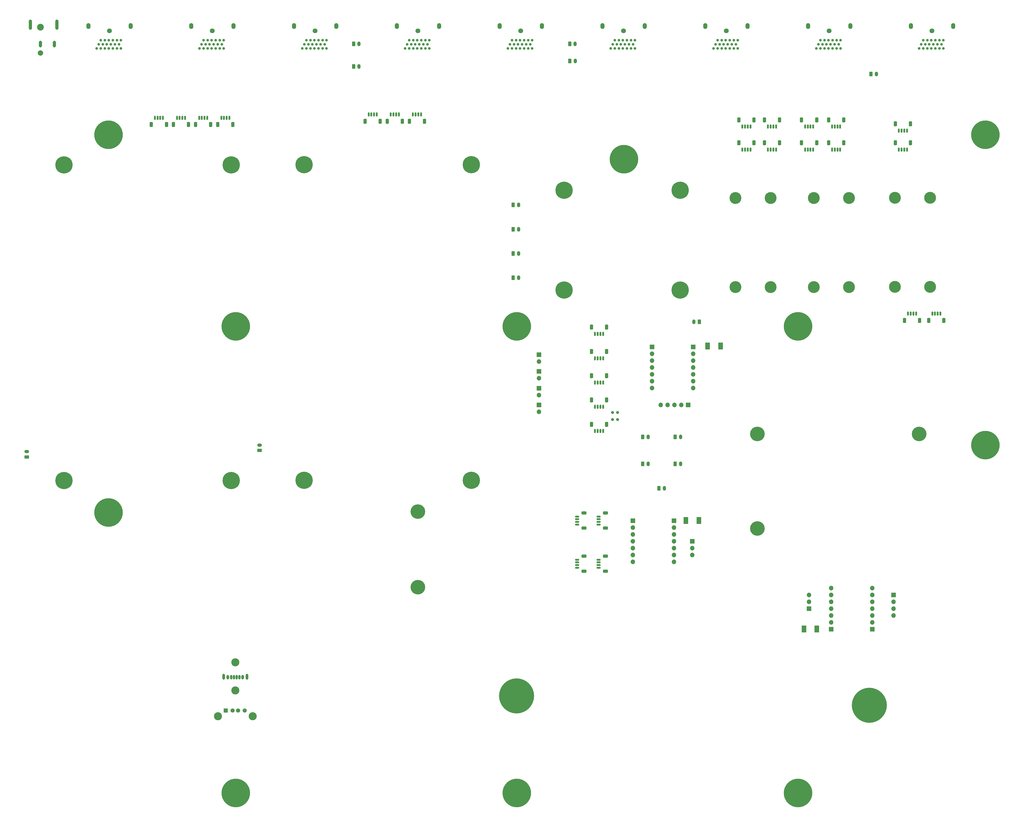
<source format=gbr>
%TF.GenerationSoftware,KiCad,Pcbnew,(6.0.5)*%
%TF.CreationDate,2022-12-30T15:28:45-07:00*%
%TF.ProjectId,Thermometry_Enclosure,54686572-6d6f-46d6-9574-72795f456e63,rev?*%
%TF.SameCoordinates,Original*%
%TF.FileFunction,Soldermask,Top*%
%TF.FilePolarity,Negative*%
%FSLAX46Y46*%
G04 Gerber Fmt 4.6, Leading zero omitted, Abs format (unit mm)*
G04 Created by KiCad (PCBNEW (6.0.5)) date 2022-12-30 15:28:45*
%MOMM*%
%LPD*%
G01*
G04 APERTURE LIST*
G04 Aperture macros list*
%AMRoundRect*
0 Rectangle with rounded corners*
0 $1 Rounding radius*
0 $2 $3 $4 $5 $6 $7 $8 $9 X,Y pos of 4 corners*
0 Add a 4 corners polygon primitive as box body*
4,1,4,$2,$3,$4,$5,$6,$7,$8,$9,$2,$3,0*
0 Add four circle primitives for the rounded corners*
1,1,$1+$1,$2,$3*
1,1,$1+$1,$4,$5*
1,1,$1+$1,$6,$7*
1,1,$1+$1,$8,$9*
0 Add four rect primitives between the rounded corners*
20,1,$1+$1,$2,$3,$4,$5,0*
20,1,$1+$1,$4,$5,$6,$7,0*
20,1,$1+$1,$6,$7,$8,$9,0*
20,1,$1+$1,$8,$9,$2,$3,0*%
G04 Aperture macros list end*
%ADD10C,1.800000*%
%ADD11C,1.000000*%
%ADD12O,1.500000X2.200000*%
%ADD13RoundRect,0.150000X0.150000X0.625000X-0.150000X0.625000X-0.150000X-0.625000X0.150000X-0.625000X0*%
%ADD14RoundRect,0.250000X0.350000X0.650000X-0.350000X0.650000X-0.350000X-0.650000X0.350000X-0.650000X0*%
%ADD15R,1.700000X1.700000*%
%ADD16O,1.700000X1.700000*%
%ADD17C,10.600000*%
%ADD18C,6.400000*%
%ADD19RoundRect,0.250000X-0.350000X-0.625000X0.350000X-0.625000X0.350000X0.625000X-0.350000X0.625000X0*%
%ADD20O,1.200000X1.750000*%
%ADD21RoundRect,0.150000X-0.150000X-0.625000X0.150000X-0.625000X0.150000X0.625000X-0.150000X0.625000X0*%
%ADD22RoundRect,0.250000X-0.350000X-0.650000X0.350000X-0.650000X0.350000X0.650000X-0.350000X0.650000X0*%
%ADD23C,4.400000*%
%ADD24R,1.800000X2.540000*%
%ADD25RoundRect,0.150000X-0.625000X0.150000X-0.625000X-0.150000X0.625000X-0.150000X0.625000X0.150000X0*%
%ADD26RoundRect,0.250000X-0.650000X0.350000X-0.650000X-0.350000X0.650000X-0.350000X0.650000X0.350000X0*%
%ADD27C,5.400000*%
%ADD28RoundRect,0.250000X0.350000X0.625000X-0.350000X0.625000X-0.350000X-0.625000X0.350000X-0.625000X0*%
%ADD29C,3.000000*%
%ADD30O,1.000000X2.200000*%
%ADD31O,0.800000X1.650000*%
%ADD32O,0.820000X1.650000*%
%ADD33O,1.020000X1.650000*%
%ADD34RoundRect,0.237500X-0.250000X-0.237500X0.250000X-0.237500X0.250000X0.237500X-0.250000X0.237500X0*%
%ADD35C,2.500000*%
%ADD36O,1.200000X3.800000*%
%ADD37O,1.200000X2.500000*%
%ADD38C,2.000000*%
%ADD39C,13.000000*%
%ADD40R,1.550000X1.524000*%
%ADD41C,1.550000*%
%ADD42RoundRect,0.250000X0.625000X-0.350000X0.625000X0.350000X-0.625000X0.350000X-0.625000X-0.350000X0*%
%ADD43O,1.750000X1.200000*%
G04 APERTURE END LIST*
D10*
%TO.C,J1*%
X25400000Y3550000D03*
D11*
X20640000Y-2950000D03*
X21390000Y-1450000D03*
X22140000Y-2950000D03*
X22140000Y50000D03*
X22890000Y-1450000D03*
X23640000Y50000D03*
X23640000Y-2950000D03*
X24390000Y-1450000D03*
X25140000Y-2950000D03*
X25140000Y50000D03*
X25890000Y-1450000D03*
X26640000Y50000D03*
X26640000Y-2950000D03*
X27390000Y-1450000D03*
X28140000Y-2950000D03*
X28140000Y50000D03*
X28890000Y-1450000D03*
X29640000Y50000D03*
X29640000Y-2950000D03*
D12*
X33260000Y5350000D03*
X17540000Y5350000D03*
%TD*%
D10*
%TO.C,J9*%
X330200000Y3550000D03*
D11*
X325440000Y-2950000D03*
X326190000Y-1450000D03*
X326940000Y-2950000D03*
X326940000Y50000D03*
X327690000Y-1450000D03*
X328440000Y50000D03*
X328440000Y-2950000D03*
X329190000Y-1450000D03*
X329940000Y-2950000D03*
X329940000Y50000D03*
X330690000Y-1450000D03*
X331440000Y50000D03*
X331440000Y-2950000D03*
X332190000Y-1450000D03*
X332940000Y-2950000D03*
X332940000Y50000D03*
X333690000Y-1450000D03*
X334440000Y50000D03*
X334440000Y-2950000D03*
D12*
X338060000Y5350000D03*
X322340000Y5350000D03*
%TD*%
D10*
%TO.C,J8*%
X292100000Y3550000D03*
D11*
X287340000Y-2950000D03*
X288090000Y-1450000D03*
X288840000Y-2950000D03*
X288840000Y50000D03*
X289590000Y-1450000D03*
X290340000Y50000D03*
X290340000Y-2950000D03*
X291090000Y-1450000D03*
X291840000Y-2950000D03*
X291840000Y50000D03*
X292590000Y-1450000D03*
X293340000Y50000D03*
X293340000Y-2950000D03*
X294090000Y-1450000D03*
X294840000Y-2950000D03*
X294840000Y50000D03*
X295590000Y-1450000D03*
X296340000Y50000D03*
X296340000Y-2950000D03*
D12*
X299960000Y5350000D03*
X284240000Y5350000D03*
%TD*%
D10*
%TO.C,J7*%
X254000000Y3550000D03*
D11*
X249240000Y-2950000D03*
X249990000Y-1450000D03*
X250740000Y-2950000D03*
X250740000Y50000D03*
X251490000Y-1450000D03*
X252240000Y50000D03*
X252240000Y-2950000D03*
X252990000Y-1450000D03*
X253740000Y-2950000D03*
X253740000Y50000D03*
X254490000Y-1450000D03*
X255240000Y50000D03*
X255240000Y-2950000D03*
X255990000Y-1450000D03*
X256740000Y-2950000D03*
X256740000Y50000D03*
X257490000Y-1450000D03*
X258240000Y50000D03*
X258240000Y-2950000D03*
D12*
X261860000Y5350000D03*
X246140000Y5350000D03*
%TD*%
%TO.C,J6*%
X208040000Y5350000D03*
X223760000Y5350000D03*
D11*
X220140000Y-2950000D03*
X220140000Y50000D03*
X219390000Y-1450000D03*
X218640000Y50000D03*
X218640000Y-2950000D03*
X217890000Y-1450000D03*
X217140000Y-2950000D03*
X217140000Y50000D03*
X216390000Y-1450000D03*
X215640000Y50000D03*
X215640000Y-2950000D03*
X214890000Y-1450000D03*
X214140000Y-2950000D03*
X214140000Y50000D03*
X213390000Y-1450000D03*
X212640000Y50000D03*
X212640000Y-2950000D03*
X211890000Y-1450000D03*
X211140000Y-2950000D03*
D10*
X215900000Y3550000D03*
%TD*%
%TO.C,J5*%
X177800000Y3550000D03*
D11*
X173040000Y-2950000D03*
X173790000Y-1450000D03*
X174540000Y-2950000D03*
X174540000Y50000D03*
X175290000Y-1450000D03*
X176040000Y50000D03*
X176040000Y-2950000D03*
X176790000Y-1450000D03*
X177540000Y-2950000D03*
X177540000Y50000D03*
X178290000Y-1450000D03*
X179040000Y50000D03*
X179040000Y-2950000D03*
X179790000Y-1450000D03*
X180540000Y-2950000D03*
X180540000Y50000D03*
X181290000Y-1450000D03*
X182040000Y50000D03*
X182040000Y-2950000D03*
D12*
X185660000Y5350000D03*
X169940000Y5350000D03*
%TD*%
D10*
%TO.C,J4*%
X139700000Y3550000D03*
D11*
X134940000Y-2950000D03*
X135690000Y-1450000D03*
X136440000Y-2950000D03*
X136440000Y50000D03*
X137190000Y-1450000D03*
X137940000Y50000D03*
X137940000Y-2950000D03*
X138690000Y-1450000D03*
X139440000Y-2950000D03*
X139440000Y50000D03*
X140190000Y-1450000D03*
X140940000Y50000D03*
X140940000Y-2950000D03*
X141690000Y-1450000D03*
X142440000Y-2950000D03*
X142440000Y50000D03*
X143190000Y-1450000D03*
X143940000Y50000D03*
X143940000Y-2950000D03*
D12*
X147560000Y5350000D03*
X131840000Y5350000D03*
%TD*%
D10*
%TO.C,J3*%
X101600000Y3550000D03*
D11*
X96840000Y-2950000D03*
X97590000Y-1450000D03*
X98340000Y-2950000D03*
X98340000Y50000D03*
X99090000Y-1450000D03*
X99840000Y50000D03*
X99840000Y-2950000D03*
X100590000Y-1450000D03*
X101340000Y-2950000D03*
X101340000Y50000D03*
X102090000Y-1450000D03*
X102840000Y50000D03*
X102840000Y-2950000D03*
X103590000Y-1450000D03*
X104340000Y-2950000D03*
X104340000Y50000D03*
X105090000Y-1450000D03*
X105840000Y50000D03*
X105840000Y-2950000D03*
D12*
X109460000Y5350000D03*
X93740000Y5350000D03*
%TD*%
%TO.C,J2*%
X55640000Y5350000D03*
X71360000Y5350000D03*
D11*
X67740000Y-2950000D03*
X67740000Y50000D03*
X66990000Y-1450000D03*
X66240000Y50000D03*
X66240000Y-2950000D03*
X65490000Y-1450000D03*
X64740000Y-2950000D03*
X64740000Y50000D03*
X63990000Y-1450000D03*
X63240000Y50000D03*
X63240000Y-2950000D03*
X62490000Y-1450000D03*
X61740000Y-2950000D03*
X61740000Y50000D03*
X60990000Y-1450000D03*
X60240000Y50000D03*
X60240000Y-2950000D03*
X59490000Y-1450000D03*
X58740000Y-2950000D03*
D10*
X63500000Y3550000D03*
%TD*%
D13*
%TO.C,J20*%
X132630000Y-27425000D03*
X131630000Y-27425000D03*
X130630000Y-27425000D03*
X129630000Y-27425000D03*
D14*
X133930000Y-29950000D03*
X128330000Y-29950000D03*
%TD*%
D15*
%TO.C,J50*%
X184550000Y-116500000D03*
D16*
X184550000Y-119040000D03*
%TD*%
D17*
%TO.C,H39*%
X25000000Y-35000000D03*
%TD*%
%TO.C,H38*%
X25000000Y-175000000D03*
%TD*%
D18*
%TO.C,H8*%
X70525000Y-163125000D03*
%TD*%
D19*
%TO.C,J38*%
X175000000Y-79000000D03*
D20*
X177000000Y-79000000D03*
%TD*%
D21*
%TO.C,J62*%
X205300000Y-144825000D03*
X206300000Y-144825000D03*
X207300000Y-144825000D03*
X208300000Y-144825000D03*
D22*
X204000000Y-142300000D03*
X209600000Y-142300000D03*
%TD*%
D18*
%TO.C,H7*%
X70525000Y-46125000D03*
%TD*%
%TO.C,H13*%
X193855000Y-55555000D03*
%TD*%
D23*
%TO.C,H25*%
X257354000Y-91416000D03*
%TD*%
D18*
%TO.C,H5*%
X8525000Y-46125000D03*
%TD*%
D21*
%TO.C,J66*%
X205300000Y-108825000D03*
X206300000Y-108825000D03*
X207300000Y-108825000D03*
X208300000Y-108825000D03*
D22*
X209600000Y-106300000D03*
X204000000Y-106300000D03*
%TD*%
D19*
%TO.C,J43*%
X195960000Y-7663000D03*
D20*
X197960000Y-7663000D03*
%TD*%
D18*
%TO.C,H14*%
X236855000Y-55555000D03*
%TD*%
D15*
%TO.C,J53*%
X315975000Y-205544000D03*
D16*
X315975000Y-208084000D03*
X315975000Y-210624000D03*
X315975000Y-213164000D03*
%TD*%
D21*
%TO.C,J63*%
X205300000Y-135825000D03*
X206300000Y-135825000D03*
X207300000Y-135825000D03*
X208300000Y-135825000D03*
D22*
X204000000Y-133300000D03*
X209600000Y-133300000D03*
%TD*%
D15*
%TO.C,J57*%
X241710000Y-113660000D03*
D16*
X241710000Y-116200000D03*
X241710000Y-118740000D03*
X241710000Y-121280000D03*
X241710000Y-123820000D03*
X241710000Y-126360000D03*
X241710000Y-128900000D03*
%TD*%
D21*
%TO.C,J65*%
X205300000Y-117825000D03*
X206300000Y-117825000D03*
X207300000Y-117825000D03*
X208300000Y-117825000D03*
D22*
X204000000Y-115300000D03*
X209600000Y-115300000D03*
%TD*%
D18*
%TO.C,H6*%
X8525000Y-163125000D03*
%TD*%
%TO.C,H3*%
X159497000Y-46055000D03*
%TD*%
D17*
%TO.C,H37*%
X72150000Y-106000000D03*
%TD*%
D21*
%TO.C,J64*%
X205300000Y-126825000D03*
X206300000Y-126825000D03*
X207300000Y-126825000D03*
X208300000Y-126825000D03*
D22*
X204000000Y-124300000D03*
X209600000Y-124300000D03*
%TD*%
D23*
%TO.C,H17*%
X286424000Y-91416000D03*
%TD*%
D19*
%TO.C,J36*%
X223000000Y-157000000D03*
D20*
X225000000Y-157000000D03*
%TD*%
D24*
%TO.C,D3*%
X282725000Y-218225000D03*
X287525000Y-218225000D03*
%TD*%
D17*
%TO.C,H40*%
X216000000Y-44000000D03*
%TD*%
D23*
%TO.C,H28*%
X316474000Y-91365999D03*
%TD*%
D25*
%TO.C,J10*%
X198675000Y-192500000D03*
X198675000Y-193500000D03*
X198675000Y-194500000D03*
X198675000Y-195500000D03*
D26*
X201200000Y-196800000D03*
X201200000Y-191200000D03*
%TD*%
D27*
%TO.C,H9*%
X139706000Y-174715000D03*
%TD*%
D18*
%TO.C,H1*%
X97497000Y-163055000D03*
%TD*%
D25*
%TO.C,J11*%
X206675000Y-192500000D03*
X206675000Y-193500000D03*
X206675000Y-194500000D03*
X206675000Y-195500000D03*
D26*
X209200000Y-191200000D03*
X209200000Y-196800000D03*
%TD*%
D18*
%TO.C,H2*%
X159497000Y-163055000D03*
%TD*%
D15*
%TO.C,J52*%
X184550000Y-128950000D03*
D16*
X184550000Y-131490000D03*
%TD*%
D19*
%TO.C,J39*%
X175000000Y-61000000D03*
D20*
X177000000Y-61000000D03*
%TD*%
D25*
%TO.C,J13*%
X198675000Y-176500000D03*
X198675000Y-177500000D03*
X198675000Y-178500000D03*
X198675000Y-179500000D03*
D26*
X201200000Y-175200000D03*
X201200000Y-180800000D03*
%TD*%
D15*
%TO.C,J48*%
X241375000Y-185648000D03*
D16*
X241375000Y-188188000D03*
X241375000Y-190728000D03*
%TD*%
D28*
%TO.C,J68*%
X243950000Y-104300000D03*
D20*
X241950000Y-104300000D03*
%TD*%
D19*
%TO.C,J33*%
X235000000Y-147000000D03*
D20*
X237000000Y-147000000D03*
%TD*%
D27*
%TO.C,H21*%
X265463000Y-145910000D03*
%TD*%
D19*
%TO.C,J34*%
X223000000Y-147000000D03*
D20*
X225000000Y-147000000D03*
%TD*%
D19*
%TO.C,J35*%
X235000000Y-157000000D03*
D20*
X237000000Y-157000000D03*
%TD*%
D29*
%TO.C,USB1*%
X72000000Y-230595000D03*
X72000000Y-241009000D03*
D30*
X76320000Y-235897000D03*
X67680000Y-235897000D03*
D31*
X71500000Y-236102000D03*
D32*
X73520000Y-236102000D03*
D33*
X74750000Y-236102000D03*
D31*
X72500000Y-236102000D03*
D32*
X70480000Y-236102000D03*
D33*
X69250000Y-236102000D03*
%TD*%
D18*
%TO.C,H4*%
X97497000Y-46055000D03*
%TD*%
D15*
%TO.C,J60*%
X184550000Y-135175000D03*
D16*
X184550000Y-137715000D03*
%TD*%
D23*
%TO.C,H24*%
X270354000Y-91416000D03*
%TD*%
D17*
%TO.C,H31*%
X72150000Y-279000000D03*
%TD*%
D23*
%TO.C,H18*%
X299424000Y-91416000D03*
%TD*%
D15*
%TO.C,J58*%
X308040000Y-218250000D03*
D16*
X308040000Y-215710000D03*
X308040000Y-213170000D03*
X308040000Y-210630000D03*
X308040000Y-208090000D03*
X308040000Y-205550000D03*
X308040000Y-203010000D03*
%TD*%
D13*
%TO.C,J19*%
X69815000Y-28675000D03*
X68815000Y-28675000D03*
X67815000Y-28675000D03*
X66815000Y-28675000D03*
D14*
X71115000Y-31200000D03*
X65515000Y-31200000D03*
%TD*%
D27*
%TO.C,H19*%
X325463000Y-145910000D03*
%TD*%
D15*
%TO.C,J61*%
X284625000Y-210652000D03*
D16*
X284625000Y-208112000D03*
X284625000Y-205572000D03*
%TD*%
D21*
%TO.C,J29*%
X293160000Y-40468000D03*
X294160000Y-40468000D03*
X295160000Y-40468000D03*
X296160000Y-40468000D03*
D22*
X297460000Y-37943000D03*
X291860000Y-37943000D03*
%TD*%
D25*
%TO.C,J12*%
X206675000Y-176500000D03*
X206675000Y-177500000D03*
X206675000Y-178500000D03*
X206675000Y-179500000D03*
D26*
X209200000Y-180800000D03*
X209200000Y-175200000D03*
%TD*%
D13*
%TO.C,J18*%
X45200000Y-28675000D03*
X44200000Y-28675000D03*
X43200000Y-28675000D03*
X42200000Y-28675000D03*
D14*
X40900000Y-31200000D03*
X46500000Y-31200000D03*
%TD*%
D19*
%TO.C,J44*%
X115860000Y-9688000D03*
D20*
X117860000Y-9688000D03*
%TD*%
D19*
%TO.C,J46*%
X115860000Y-1288000D03*
D20*
X117860000Y-1288000D03*
%TD*%
D17*
%TO.C,H32*%
X176350000Y-279000000D03*
%TD*%
D23*
%TO.C,H23*%
X257354000Y-58416000D03*
%TD*%
D13*
%TO.C,J21*%
X53400000Y-28675000D03*
X52400000Y-28675000D03*
X51400000Y-28675000D03*
X50400000Y-28675000D03*
D14*
X49100000Y-31200000D03*
X54700000Y-31200000D03*
%TD*%
D19*
%TO.C,J40*%
X175000000Y-88000000D03*
D20*
X177000000Y-88000000D03*
%TD*%
D34*
%TO.C,R2*%
X211807500Y-137953000D03*
X213632500Y-137953000D03*
%TD*%
D24*
%TO.C,D2*%
X251845000Y-113270000D03*
X247045000Y-113270000D03*
%TD*%
D15*
%TO.C,J51*%
X184550000Y-122725000D03*
D16*
X184550000Y-125265000D03*
%TD*%
D34*
%TO.C,R1*%
X211817500Y-140527000D03*
X213642500Y-140527000D03*
%TD*%
D21*
%TO.C,J23*%
X259910000Y-31968000D03*
X260910000Y-31968000D03*
X261910000Y-31968000D03*
X262910000Y-31968000D03*
D22*
X258610000Y-29443000D03*
X264210000Y-29443000D03*
%TD*%
D21*
%TO.C,J22*%
X283160000Y-31968000D03*
X284160000Y-31968000D03*
X285160000Y-31968000D03*
X286160000Y-31968000D03*
D22*
X281860000Y-29443000D03*
X287460000Y-29443000D03*
%TD*%
D21*
%TO.C,J25*%
X259910000Y-40468000D03*
X260910000Y-40468000D03*
X261910000Y-40468000D03*
X262910000Y-40468000D03*
D22*
X264210000Y-37943000D03*
X258610000Y-37943000D03*
%TD*%
D23*
%TO.C,H29*%
X329474000Y-91365999D03*
%TD*%
D18*
%TO.C,H12*%
X236855000Y-92555000D03*
%TD*%
D35*
%TO.C,DC1*%
X-205000Y4875000D03*
D36*
X5925000Y5825000D03*
D37*
X4995000Y-1375000D03*
X-205000Y-1375000D03*
D38*
X-205000Y-4625000D03*
D36*
X-3925000Y5825000D03*
%TD*%
D23*
%TO.C,H27*%
X329474000Y-58365999D03*
%TD*%
D21*
%TO.C,J42*%
X317910000Y-33468000D03*
X318910000Y-33468000D03*
X319910000Y-33468000D03*
X320910000Y-33468000D03*
D22*
X316610000Y-30943000D03*
X322210000Y-30943000D03*
%TD*%
D21*
%TO.C,J37*%
X317910000Y-40468000D03*
X318910000Y-40468000D03*
X319910000Y-40468000D03*
X320910000Y-40468000D03*
D22*
X322210000Y-37943000D03*
X316610000Y-37943000D03*
%TD*%
D13*
%TO.C,J17*%
X61600000Y-28675000D03*
X60600000Y-28675000D03*
X59600000Y-28675000D03*
X58600000Y-28675000D03*
D14*
X62900000Y-31200000D03*
X57300000Y-31200000D03*
%TD*%
D39*
%TO.C,H41*%
X306985000Y-246455000D03*
%TD*%
D19*
%TO.C,J30*%
X229000000Y-166000000D03*
D20*
X231000000Y-166000000D03*
%TD*%
D19*
%TO.C,J32*%
X307585000Y-12413000D03*
D20*
X309585000Y-12413000D03*
%TD*%
D15*
%TO.C,J14*%
X219360000Y-178050000D03*
D16*
X219360000Y-180590000D03*
X219360000Y-183130000D03*
X219360000Y-185670000D03*
X219360000Y-188210000D03*
X219360000Y-190750000D03*
X219360000Y-193290000D03*
%TD*%
D19*
%TO.C,J45*%
X195940000Y-1293000D03*
D20*
X197940000Y-1293000D03*
%TD*%
D17*
%TO.C,H30*%
X280550000Y-106000000D03*
%TD*%
%TO.C,H33*%
X280550000Y-279000000D03*
%TD*%
D21*
%TO.C,J24*%
X283160000Y-40468000D03*
X284160000Y-40468000D03*
X285160000Y-40468000D03*
X286160000Y-40468000D03*
D22*
X281860000Y-37943000D03*
X287460000Y-37943000D03*
%TD*%
D13*
%TO.C,J49*%
X333300000Y-101273000D03*
X332300000Y-101273000D03*
X331300000Y-101273000D03*
X330300000Y-101273000D03*
D14*
X334600000Y-103798000D03*
X329000000Y-103798000D03*
%TD*%
D15*
%TO.C,J56*%
X239802000Y-135175000D03*
D16*
X237262000Y-135175000D03*
X234722000Y-135175000D03*
X232182000Y-135175000D03*
X229642000Y-135175000D03*
%TD*%
D17*
%TO.C,H35*%
X176350000Y-106000000D03*
%TD*%
D15*
%TO.C,J15*%
X234600000Y-178050000D03*
D16*
X234600000Y-180590000D03*
X234600000Y-183130000D03*
X234600000Y-185670000D03*
X234600000Y-188210000D03*
X234600000Y-190750000D03*
X234600000Y-193290000D03*
%TD*%
D24*
%TO.C,D1*%
X243800000Y-177975000D03*
X239000000Y-177975000D03*
%TD*%
D21*
%TO.C,J28*%
X269410000Y-31968000D03*
X270410000Y-31968000D03*
X271410000Y-31968000D03*
X272410000Y-31968000D03*
D22*
X273710000Y-29443000D03*
X268110000Y-29443000D03*
%TD*%
D17*
%TO.C,H34*%
X350000000Y-35000000D03*
%TD*%
D39*
%TO.C,H41*%
X176215000Y-242965000D03*
%TD*%
D23*
%TO.C,H22*%
X270354000Y-58416000D03*
%TD*%
D27*
%TO.C,H20*%
X265463000Y-180910000D03*
%TD*%
D15*
%TO.C,J59*%
X292800000Y-218250000D03*
D16*
X292800000Y-215710000D03*
X292800000Y-213170000D03*
X292800000Y-210630000D03*
X292800000Y-208090000D03*
X292800000Y-205550000D03*
X292800000Y-203010000D03*
%TD*%
D15*
%TO.C,J55*%
X226470000Y-113660000D03*
D16*
X226470000Y-116200000D03*
X226470000Y-118740000D03*
X226470000Y-121280000D03*
X226470000Y-123820000D03*
X226470000Y-126360000D03*
X226470000Y-128900000D03*
%TD*%
D13*
%TO.C,J27*%
X140830000Y-27425000D03*
X139830000Y-27425000D03*
X138830000Y-27425000D03*
X137830000Y-27425000D03*
D14*
X136530000Y-29950000D03*
X142130000Y-29950000D03*
%TD*%
D13*
%TO.C,J16*%
X124425000Y-27425000D03*
X123425000Y-27425000D03*
X122425000Y-27425000D03*
X121425000Y-27425000D03*
D14*
X125725000Y-29950000D03*
X120125000Y-29950000D03*
%TD*%
D19*
%TO.C,J41*%
X175000000Y-70000000D03*
D20*
X177000000Y-70000000D03*
%TD*%
D27*
%TO.C,H10*%
X139706000Y-202715000D03*
%TD*%
D13*
%TO.C,J54*%
X324300000Y-101273000D03*
X323300000Y-101273000D03*
X322300000Y-101273000D03*
X321300000Y-101273000D03*
D14*
X320000000Y-103798000D03*
X325600000Y-103798000D03*
%TD*%
D23*
%TO.C,H15*%
X299424000Y-58416000D03*
%TD*%
D18*
%TO.C,H11*%
X193855000Y-92555000D03*
%TD*%
D23*
%TO.C,H16*%
X286424000Y-58416000D03*
%TD*%
D21*
%TO.C,J26*%
X293160000Y-31968000D03*
X294160000Y-31968000D03*
X295160000Y-31968000D03*
X296160000Y-31968000D03*
D22*
X297460000Y-29443000D03*
X291860000Y-29443000D03*
%TD*%
D17*
%TO.C,H36*%
X350000000Y-150000000D03*
%TD*%
D40*
%TO.C,USB2*%
X68500000Y-248450000D03*
D41*
X71000000Y-248450000D03*
X73000000Y-248450000D03*
X75500000Y-248450000D03*
D29*
X78425000Y-250550000D03*
X65575000Y-250550000D03*
%TD*%
D21*
%TO.C,J31*%
X269410000Y-40468000D03*
X270410000Y-40468000D03*
X271410000Y-40468000D03*
X272410000Y-40468000D03*
D22*
X273710000Y-37943000D03*
X268110000Y-37943000D03*
%TD*%
D42*
%TO.C,J67*%
X81000000Y-152000000D03*
D43*
X81000000Y-150000000D03*
%TD*%
D23*
%TO.C,H26*%
X316474000Y-58365999D03*
%TD*%
D42*
%TO.C,J47*%
X-5277000Y-154400000D03*
D43*
X-5277000Y-152400000D03*
%TD*%
M02*

</source>
